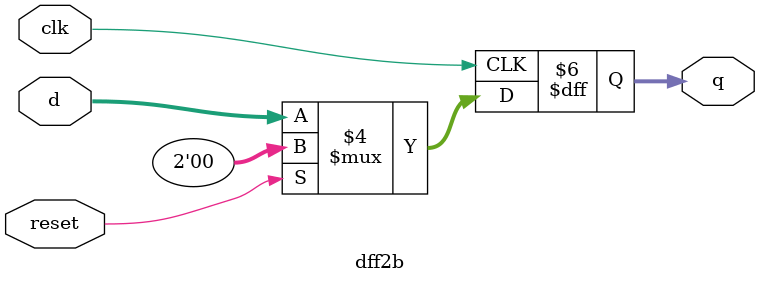
<source format=v>
module dff2b(clk,d,reset,q);
input[1:0] d;
input clk,reset;
output[1:0] q;
reg[1:0] q;
always@(posedge clk)
begin
if(reset==1'b1)
	q<=0;
else
	q<=d;
end
endmodule

</source>
